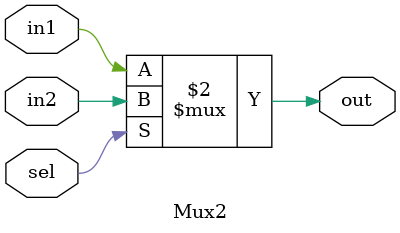
<source format=sv>
/**@file
 * @brief     Multiplexer 
 * @author    Igor Lesik
 * @copyright Igor Lesik 2014
 *
 */

module Mux2 #(
    parameter WIDTH = 1
)(
    input  wire [WIDTH-1:0]  in1,
    input  wire [WIDTH-1:0]  in2,
    input  wire              sel,
    output wire [WIDTH-1:0]  out
);

assign out = (sel == 0) ? in1 : in2;

endmodule

</source>
